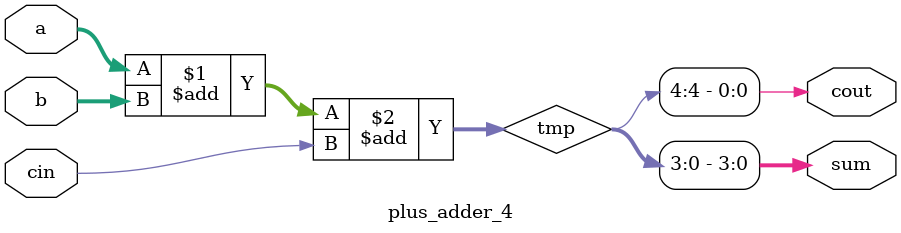
<source format=v>
module plus_adder_4(
    input wire [3:0] a,
    input wire [3:0] b,
    input wire cin,
    output wire [3:0] sum,
    output wire cout
);

wire [4:0] tmp;

assign tmp = a + b + cin;
assign sum = tmp[3:0];
assign cout = tmp[4];

endmodule
</source>
